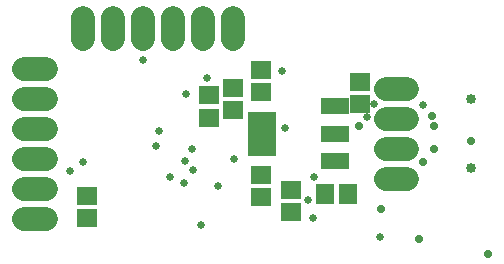
<source format=gbr>
G04 EAGLE Gerber X2 export*
%TF.Part,Single*%
%TF.FileFunction,Soldermask,Bot,1*%
%TF.FilePolarity,Positive*%
%TF.GenerationSoftware,Autodesk,EAGLE,9.6.2*%
%TF.CreationDate,2022-05-14T18:51:59Z*%
G75*
%MOMM*%
%FSLAX46Y46*%
%LPD*%
%INSoldermask Bottom*%
%AMOC8*
5,1,8,0,0,1.08239X$1,22.5*%
G01*
%ADD10R,1.703200X1.503200*%
%ADD11R,1.503200X1.703200*%
%ADD12R,2.438400X1.422400*%
%ADD13R,2.403200X3.803200*%
%ADD14C,2.032000*%
%ADD15C,0.853200*%
%ADD16C,0.705600*%
%ADD17C,0.655600*%


D10*
X22860000Y14925000D03*
X22860000Y16825000D03*
X31242000Y13909000D03*
X31242000Y15809000D03*
X18415000Y14666000D03*
X18415000Y12766000D03*
X20447000Y13401000D03*
X20447000Y15301000D03*
X8128000Y4257000D03*
X8128000Y6157000D03*
X25400000Y6665000D03*
X25400000Y4765000D03*
X22860000Y7935000D03*
X22860000Y6035000D03*
D11*
X28260000Y6350000D03*
X30160000Y6350000D03*
D12*
X29133800Y13741400D03*
X29133800Y11430000D03*
X29133800Y9118600D03*
D13*
X22936000Y11430000D03*
D14*
X33375600Y7620000D02*
X35204400Y7620000D01*
X35204400Y10160000D02*
X33375600Y10160000D01*
X33375600Y12700000D02*
X35204400Y12700000D01*
X35204400Y15240000D02*
X33375600Y15240000D01*
X4597400Y16891000D02*
X2768600Y16891000D01*
X2768600Y14351000D02*
X4597400Y14351000D01*
X4597400Y11811000D02*
X2768600Y11811000D01*
X2768600Y9271000D02*
X4597400Y9271000D01*
X4597400Y6731000D02*
X2768600Y6731000D01*
X2768600Y4191000D02*
X4597400Y4191000D01*
X20447000Y19405600D02*
X20447000Y21234400D01*
X17907000Y21234400D02*
X17907000Y19405600D01*
X15367000Y19405600D02*
X15367000Y21234400D01*
X12827000Y21234400D02*
X12827000Y19405600D01*
X10287000Y19405600D02*
X10287000Y21234400D01*
X7747000Y21234400D02*
X7747000Y19405600D01*
D15*
X40640000Y8540000D03*
X40640000Y14320000D03*
D16*
X33020000Y5080000D03*
D17*
X32893000Y2667000D03*
X24638000Y16764000D03*
X18288000Y16129000D03*
X31800800Y12827000D03*
D16*
X36576000Y9017000D03*
D17*
X36576000Y13843000D03*
D16*
X37465000Y10160000D03*
X36195000Y2540000D03*
X37338000Y12954000D03*
X42037000Y1270000D03*
X40640000Y10795000D03*
X37465000Y12065000D03*
X31115000Y12065000D03*
D17*
X24892000Y11938000D03*
X32385000Y13970000D03*
X15113000Y7747000D03*
X16332200Y7239000D03*
X16510000Y14808200D03*
X27305000Y7747000D03*
X17780000Y3683000D03*
X17018000Y10160000D03*
X17094200Y8382000D03*
X19202400Y6985000D03*
X26822400Y5765800D03*
X27228800Y4267200D03*
X16433800Y9067800D03*
X13970000Y10363200D03*
X12827000Y17653000D03*
X14224000Y11684000D03*
X7797800Y9017000D03*
X6680200Y8255000D03*
X20574000Y9271000D03*
M02*

</source>
